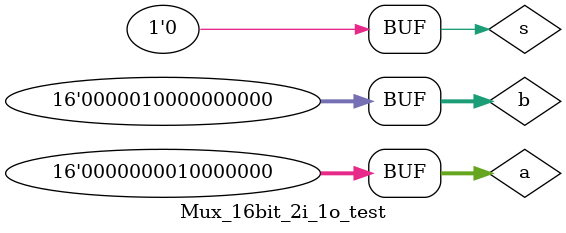
<source format=v>
`timescale 1ns / 1ps


module Mux_16bit_2i_1o_test;

	// Inputs
	reg s;
	reg [15:0] a;
	reg [15:0] b;

	// Outputs
	wire [15:0] r;

	// Instantiate the Unit Under Test (UUT)
	Mux_16bit_2i_1o uut (
		.s(s), 
		.a(a), 
		.b(b), 
		.r(r)
	);

	initial begin
		// Initialize Inputs
		s = 0;
		a = 0;
		b = 0;
		
		#50;
		repeat (2) begin //S
			repeat (8) begin //A
				repeat (8) begin //B
				#10;
				//Test
				if(s == 0 && r !=a)		// s = 0, choose a
					$display("fail");
				else if(s == 1 && r != b)	// s = 0, choose b
					$display("fail");
				else
					$display("pass");
				b = b+8;
				end //End B
				a = a + 8;
			end //End A
			s = s +1;
		end //End S
	end
      
endmodule


</source>
